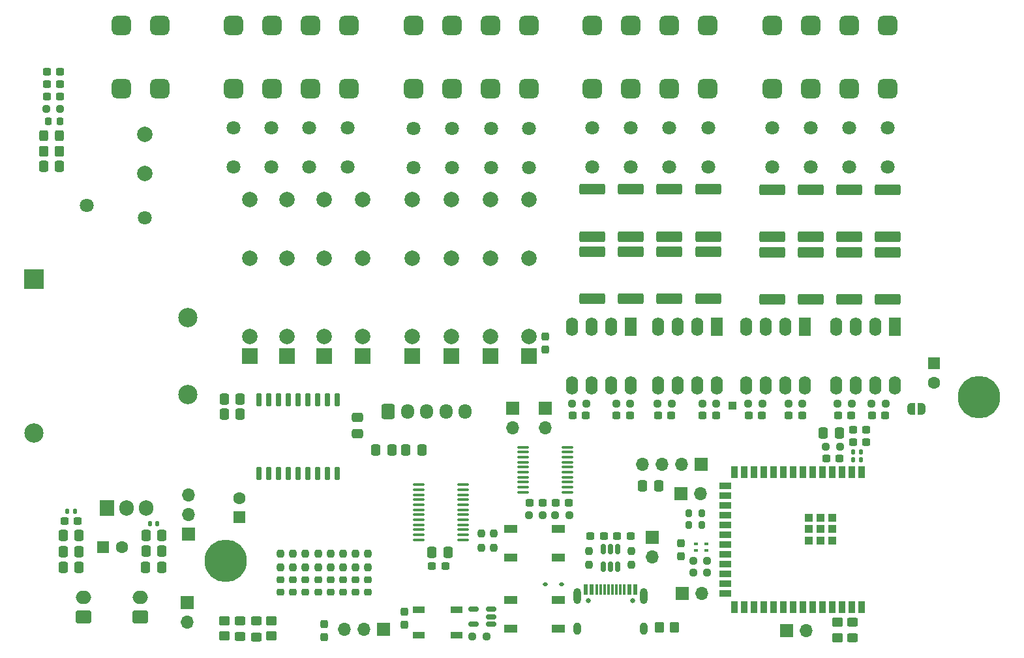
<source format=gbr>
%TF.GenerationSoftware,KiCad,Pcbnew,8.0.4*%
%TF.CreationDate,2024-09-08T16:09:12+02:00*%
%TF.ProjectId,hamodule,68616d6f-6475-46c6-952e-6b696361645f,20240908.24.8*%
%TF.SameCoordinates,Original*%
%TF.FileFunction,Soldermask,Top*%
%TF.FilePolarity,Negative*%
%FSLAX46Y46*%
G04 Gerber Fmt 4.6, Leading zero omitted, Abs format (unit mm)*
G04 Created by KiCad (PCBNEW 8.0.4) date 2024-09-08 16:09:12*
%MOMM*%
%LPD*%
G01*
G04 APERTURE LIST*
G04 Aperture macros list*
%AMRoundRect*
0 Rectangle with rounded corners*
0 $1 Rounding radius*
0 $2 $3 $4 $5 $6 $7 $8 $9 X,Y pos of 4 corners*
0 Add a 4 corners polygon primitive as box body*
4,1,4,$2,$3,$4,$5,$6,$7,$8,$9,$2,$3,0*
0 Add four circle primitives for the rounded corners*
1,1,$1+$1,$2,$3*
1,1,$1+$1,$4,$5*
1,1,$1+$1,$6,$7*
1,1,$1+$1,$8,$9*
0 Add four rect primitives between the rounded corners*
20,1,$1+$1,$2,$3,$4,$5,0*
20,1,$1+$1,$4,$5,$6,$7,0*
20,1,$1+$1,$6,$7,$8,$9,0*
20,1,$1+$1,$8,$9,$2,$3,0*%
%AMFreePoly0*
4,1,19,0.500000,-0.750000,0.000000,-0.750000,0.000000,-0.744911,-0.071157,-0.744911,-0.207708,-0.704816,-0.327430,-0.627875,-0.420627,-0.520320,-0.479746,-0.390866,-0.500000,-0.250000,-0.500000,0.250000,-0.479746,0.390866,-0.420627,0.520320,-0.327430,0.627875,-0.207708,0.704816,-0.071157,0.744911,0.000000,0.744911,0.000000,0.750000,0.500000,0.750000,0.500000,-0.750000,0.500000,-0.750000,
$1*%
%AMFreePoly1*
4,1,19,0.000000,0.744911,0.071157,0.744911,0.207708,0.704816,0.327430,0.627875,0.420627,0.520320,0.479746,0.390866,0.500000,0.250000,0.500000,-0.250000,0.479746,-0.390866,0.420627,-0.520320,0.327430,-0.627875,0.207708,-0.704816,0.071157,-0.744911,0.000000,-0.744911,0.000000,-0.750000,-0.500000,-0.750000,-0.500000,0.750000,0.000000,0.750000,0.000000,0.744911,0.000000,0.744911,
$1*%
G04 Aperture macros list end*
%ADD10RoundRect,0.237500X-0.237500X0.250000X-0.237500X-0.250000X0.237500X-0.250000X0.237500X0.250000X0*%
%ADD11RoundRect,0.100000X0.637500X0.100000X-0.637500X0.100000X-0.637500X-0.100000X0.637500X-0.100000X0*%
%ADD12R,1.700000X1.700000*%
%ADD13O,1.700000X1.700000*%
%ADD14RoundRect,0.249999X-1.425001X0.450001X-1.425001X-0.450001X1.425001X-0.450001X1.425001X0.450001X0*%
%ADD15C,1.800000*%
%ADD16RoundRect,0.250000X0.450000X-0.325000X0.450000X0.325000X-0.450000X0.325000X-0.450000X-0.325000X0*%
%ADD17RoundRect,0.250000X0.450000X-0.350000X0.450000X0.350000X-0.450000X0.350000X-0.450000X-0.350000X0*%
%ADD18RoundRect,0.250000X0.750000X-0.600000X0.750000X0.600000X-0.750000X0.600000X-0.750000X-0.600000X0*%
%ADD19O,2.000000X1.700000*%
%ADD20RoundRect,0.250000X0.337500X0.475000X-0.337500X0.475000X-0.337500X-0.475000X0.337500X-0.475000X0*%
%ADD21R,2.500000X2.500000*%
%ADD22C,2.500000*%
%ADD23R,1.905000X2.000000*%
%ADD24O,1.905000X2.000000*%
%ADD25RoundRect,0.625000X0.625000X0.625000X-0.625000X0.625000X-0.625000X-0.625000X0.625000X-0.625000X0*%
%ADD26C,2.000000*%
%ADD27R,1.600000X2.400000*%
%ADD28O,1.600000X2.400000*%
%ADD29RoundRect,0.237500X-0.250000X-0.237500X0.250000X-0.237500X0.250000X0.237500X-0.250000X0.237500X0*%
%ADD30RoundRect,0.237500X0.300000X0.237500X-0.300000X0.237500X-0.300000X-0.237500X0.300000X-0.237500X0*%
%ADD31R,1.800000X1.100000*%
%ADD32RoundRect,0.237500X-0.300000X-0.237500X0.300000X-0.237500X0.300000X0.237500X-0.300000X0.237500X0*%
%ADD33RoundRect,0.237500X-0.237500X0.300000X-0.237500X-0.300000X0.237500X-0.300000X0.237500X0.300000X0*%
%ADD34RoundRect,0.150000X0.150000X-0.725000X0.150000X0.725000X-0.150000X0.725000X-0.150000X-0.725000X0*%
%ADD35R,1.600000X1.600000*%
%ADD36C,1.600000*%
%ADD37RoundRect,0.237500X0.237500X-0.250000X0.237500X0.250000X-0.237500X0.250000X-0.237500X-0.250000X0*%
%ADD38RoundRect,0.218750X0.256250X-0.218750X0.256250X0.218750X-0.256250X0.218750X-0.256250X-0.218750X0*%
%ADD39R,2.000000X2.000000*%
%ADD40RoundRect,0.150000X0.512500X0.150000X-0.512500X0.150000X-0.512500X-0.150000X0.512500X-0.150000X0*%
%ADD41RoundRect,0.200000X0.200000X0.275000X-0.200000X0.275000X-0.200000X-0.275000X0.200000X-0.275000X0*%
%ADD42R,0.900000X1.500000*%
%ADD43R,1.500000X0.900000*%
%ADD44R,1.000000X1.000000*%
%ADD45RoundRect,0.237500X0.237500X-0.300000X0.237500X0.300000X-0.237500X0.300000X-0.237500X-0.300000X0*%
%ADD46RoundRect,0.250000X-0.450000X0.325000X-0.450000X-0.325000X0.450000X-0.325000X0.450000X0.325000X0*%
%ADD47RoundRect,0.250000X-0.337500X-0.475000X0.337500X-0.475000X0.337500X0.475000X-0.337500X0.475000X0*%
%ADD48RoundRect,0.112500X-0.187500X-0.112500X0.187500X-0.112500X0.187500X0.112500X-0.187500X0.112500X0*%
%ADD49RoundRect,0.250000X0.350000X0.450000X-0.350000X0.450000X-0.350000X-0.450000X0.350000X-0.450000X0*%
%ADD50RoundRect,0.140000X-0.140000X-0.170000X0.140000X-0.170000X0.140000X0.170000X-0.140000X0.170000X0*%
%ADD51C,0.650000*%
%ADD52R,0.600000X1.450000*%
%ADD53R,0.300000X1.450000*%
%ADD54O,1.000000X2.100000*%
%ADD55O,1.000000X1.600000*%
%ADD56RoundRect,0.250000X-0.600000X-0.725000X0.600000X-0.725000X0.600000X0.725000X-0.600000X0.725000X0*%
%ADD57O,1.700000X1.950000*%
%ADD58RoundRect,0.250000X0.325000X0.450000X-0.325000X0.450000X-0.325000X-0.450000X0.325000X-0.450000X0*%
%ADD59RoundRect,0.250000X-0.475000X0.337500X-0.475000X-0.337500X0.475000X-0.337500X0.475000X0.337500X0*%
%ADD60C,5.500000*%
%ADD61RoundRect,0.140000X0.140000X0.170000X-0.140000X0.170000X-0.140000X-0.170000X0.140000X-0.170000X0*%
%ADD62RoundRect,0.250000X-0.350000X-0.450000X0.350000X-0.450000X0.350000X0.450000X-0.350000X0.450000X0*%
%ADD63R,0.500000X0.300000*%
%ADD64RoundRect,0.150000X0.150000X-0.512500X0.150000X0.512500X-0.150000X0.512500X-0.150000X-0.512500X0*%
%ADD65RoundRect,0.237500X0.250000X0.237500X-0.250000X0.237500X-0.250000X-0.237500X0.250000X-0.237500X0*%
%ADD66FreePoly0,0.000000*%
%ADD67FreePoly1,0.000000*%
%ADD68RoundRect,0.218750X0.218750X0.256250X-0.218750X0.256250X-0.218750X-0.256250X0.218750X-0.256250X0*%
G04 APERTURE END LIST*
D10*
%TO.C,R38*%
X61874000Y14368400D03*
X61874000Y12543400D03*
%TD*%
%TO.C,R37*%
X63424000Y12555900D03*
X63424000Y14380900D03*
%TD*%
D11*
%TO.C,U12*%
X53724000Y13568400D03*
X53724000Y14218400D03*
X53724000Y14868400D03*
X53724000Y15518400D03*
X53724000Y16168400D03*
X53724000Y16818400D03*
X53724000Y17468400D03*
X53724000Y18118400D03*
X53724000Y18768400D03*
X53724000Y19418400D03*
X53724000Y20068400D03*
X53724000Y20718400D03*
X59449000Y20718400D03*
X59449000Y20068400D03*
X59449000Y19418400D03*
X59449000Y18768400D03*
X59449000Y18118400D03*
X59449000Y17468400D03*
X59449000Y16818400D03*
X59449000Y16168400D03*
X59449000Y15518400D03*
X59449000Y14868400D03*
X59449000Y14218400D03*
X59449000Y13568400D03*
%TD*%
D12*
%TO.C,J5*%
X23674000Y5448400D03*
D13*
X23674000Y2908400D03*
%TD*%
D14*
%TO.C,R12*%
X76275000Y59056900D03*
X76275000Y52956900D03*
%TD*%
%TO.C,R11*%
X81228000Y59056900D03*
X81228000Y52956900D03*
%TD*%
D15*
%TO.C,RV1*%
X10626400Y57005330D03*
X18126400Y55372000D03*
%TD*%
D14*
%TO.C,R19*%
X81228000Y51005100D03*
X81228000Y44905100D03*
%TD*%
%TO.C,R20*%
X76275000Y51005100D03*
X76275000Y44905100D03*
%TD*%
D16*
%TO.C,D2*%
X30524000Y993400D03*
X30524000Y3043400D03*
%TD*%
D17*
%TO.C,R7*%
X28524000Y1068400D03*
X28524000Y3068400D03*
%TD*%
D18*
%TO.C,J1*%
X17574000Y3568700D03*
D19*
X17574000Y6068700D03*
%TD*%
D20*
%TO.C,C14*%
X9644200Y14098600D03*
X7569200Y14098600D03*
%TD*%
%TO.C,C8*%
X20361500Y12068400D03*
X18286500Y12068400D03*
%TD*%
D21*
%TO.C,PS1*%
X3780000Y47421800D03*
D22*
X3780000Y27421800D03*
X23780000Y32421800D03*
X23780000Y42421800D03*
%TD*%
D23*
%TO.C,U1*%
X13242700Y17729200D03*
D24*
X15782700Y17729200D03*
X18322700Y17729200D03*
%TD*%
D25*
%TO.C,J15*%
X44691800Y72136000D03*
X44691800Y80335999D03*
X39691800Y72136000D03*
X39691800Y80335999D03*
X34691800Y72136000D03*
X34691800Y80335999D03*
X29691800Y72136000D03*
X29691800Y80335999D03*
%TD*%
%TO.C,J2*%
X20144000Y72112401D03*
X20144000Y80312400D03*
X15144000Y72112401D03*
X15144000Y80312400D03*
%TD*%
%TO.C,J7*%
X91264000Y72140201D03*
X91264000Y80340200D03*
X86264000Y72140201D03*
X86264000Y80340200D03*
X81264000Y72140201D03*
X81264000Y80340200D03*
X76264000Y72140201D03*
X76264000Y80340200D03*
%TD*%
D26*
%TO.C,F1*%
X18161000Y66243200D03*
X18151000Y61163200D03*
%TD*%
D27*
%TO.C,U4*%
X115513178Y41232282D03*
D28*
X112973178Y41232282D03*
X110433178Y41232282D03*
X107893178Y41232282D03*
X107893178Y33612282D03*
X110433178Y33612282D03*
X112973178Y33612282D03*
X115513178Y33612282D03*
%TD*%
D14*
%TO.C,R21*%
X91286400Y51005100D03*
X91286400Y44905100D03*
%TD*%
%TO.C,R10*%
X86257200Y59056900D03*
X86257200Y52956900D03*
%TD*%
%TO.C,R9*%
X91286400Y59056900D03*
X91286400Y52956900D03*
%TD*%
D27*
%TO.C,U7*%
X81205300Y41228800D03*
D28*
X78665300Y41228800D03*
X76125300Y41228800D03*
X73585300Y41228800D03*
X73585300Y33608800D03*
X76125300Y33608800D03*
X78665300Y33608800D03*
X81205300Y33608800D03*
%TD*%
D27*
%TO.C,U6*%
X92381300Y41228800D03*
D28*
X89841300Y41228800D03*
X87301300Y41228800D03*
X84761300Y41228800D03*
X84761300Y33608800D03*
X87301300Y33608800D03*
X89841300Y33608800D03*
X92381300Y33608800D03*
%TD*%
D14*
%TO.C,R22*%
X86257200Y51005100D03*
X86257200Y44905100D03*
%TD*%
D29*
%TO.C,R1*%
X106588402Y25681201D03*
X108413402Y25681201D03*
%TD*%
D30*
%TO.C,C3*%
X108350902Y24157201D03*
X106625902Y24157201D03*
%TD*%
D19*
%TO.C,J4*%
X10174000Y6068700D03*
D18*
X10174000Y3568700D03*
%TD*%
D31*
%TO.C,SW2*%
X65671000Y14968400D03*
X71871000Y14968400D03*
X65671000Y11268400D03*
X71871000Y11268400D03*
%TD*%
%TO.C,SW3*%
X65669800Y5765800D03*
X71869800Y5765800D03*
X65669800Y2065800D03*
X71869800Y2065800D03*
%TD*%
D12*
%TO.C,J10*%
X101429402Y1808701D03*
D13*
X103969402Y1808701D03*
%TD*%
D32*
%TO.C,C6*%
X110099000Y26268400D03*
X111824000Y26268400D03*
%TD*%
D33*
%TO.C,C30*%
X87779402Y13161201D03*
X87779402Y11436201D03*
%TD*%
D12*
%TO.C,J19*%
X70124000Y30608400D03*
D13*
X70124000Y28068400D03*
%TD*%
D30*
%TO.C,C11*%
X77724000Y14078701D03*
X75999000Y14078701D03*
%TD*%
D16*
%TO.C,D3*%
X32624000Y968400D03*
X32624000Y3018400D03*
%TD*%
D34*
%TO.C,U11*%
X32964000Y22168400D03*
X34234000Y22168400D03*
X35504000Y22168400D03*
X36774000Y22168400D03*
X38044000Y22168400D03*
X39314000Y22168400D03*
X40584000Y22168400D03*
X41854000Y22168400D03*
X43124000Y22168400D03*
X43124000Y31718400D03*
X41854000Y31718400D03*
X40584000Y31718400D03*
X39314000Y31718400D03*
X38044000Y31718400D03*
X36774000Y31718400D03*
X35504000Y31718400D03*
X34234000Y31718400D03*
X32964000Y31718400D03*
%TD*%
D35*
%TO.C,C19*%
X120624000Y36468400D03*
D36*
X120624000Y33968400D03*
%TD*%
D12*
%TO.C,J14*%
X90364000Y23368400D03*
D13*
X87824000Y23368400D03*
X85284000Y23368400D03*
X82744000Y23368400D03*
%TD*%
D37*
%TO.C,R46*%
X37396000Y9965496D03*
X37396000Y11790496D03*
%TD*%
D25*
%TO.C,J6*%
X114621702Y72140201D03*
X114621702Y80340200D03*
X109621702Y72140201D03*
X109621702Y80340200D03*
X104621702Y72140201D03*
X104621702Y80340200D03*
X99621702Y72140201D03*
X99621702Y80340200D03*
%TD*%
%TO.C,J16*%
X68059800Y72136000D03*
X68059800Y80335999D03*
X63059800Y72136000D03*
X63059800Y80335999D03*
X58059800Y72136000D03*
X58059800Y80335999D03*
X53059800Y72136000D03*
X53059800Y80335999D03*
%TD*%
D37*
%TO.C,R45*%
X35770400Y9967396D03*
X35770400Y11792396D03*
%TD*%
D14*
%TO.C,R25*%
X104583200Y50900600D03*
X104583200Y44800600D03*
%TD*%
D32*
%TO.C,C25*%
X96524002Y29707101D03*
X98249002Y29707101D03*
%TD*%
D30*
%TO.C,C40*%
X7174000Y72718400D03*
X5449000Y72718400D03*
%TD*%
D14*
%TO.C,R15*%
X104583200Y59032600D03*
X104583200Y52932600D03*
%TD*%
D38*
%TO.C,D5*%
X35770400Y6790296D03*
X35770400Y8365296D03*
%TD*%
D32*
%TO.C,C23*%
X108156102Y29707101D03*
X109881102Y29707101D03*
%TD*%
D15*
%TO.C,F15*%
X58026800Y61849000D03*
X58026800Y66929000D03*
%TD*%
D17*
%TO.C,R8*%
X34624000Y1068400D03*
X34624000Y3068400D03*
%TD*%
D29*
%TO.C,R32*%
X84738626Y31255920D03*
X86563626Y31255920D03*
%TD*%
D39*
%TO.C,K5*%
X52911000Y37424500D03*
D26*
X52911000Y39964500D03*
X52911000Y50124500D03*
X52911000Y57744500D03*
%TD*%
D12*
%TO.C,J12*%
X87724000Y19568400D03*
D13*
X90264000Y19568400D03*
%TD*%
D15*
%TO.C,F4*%
X81228000Y61952500D03*
X81228000Y67032500D03*
%TD*%
D37*
%TO.C,R50*%
X43898400Y9967396D03*
X43898400Y11792396D03*
%TD*%
%TO.C,R49*%
X42272800Y9965496D03*
X42272800Y11790496D03*
%TD*%
D14*
%TO.C,R26*%
X99644200Y50852800D03*
X99644200Y44752800D03*
%TD*%
D29*
%TO.C,R34*%
X73611526Y31255920D03*
X75436526Y31255920D03*
%TD*%
D40*
%TO.C,U10*%
X63124000Y2641600D03*
X63124000Y3591600D03*
X63124000Y4541600D03*
X60849000Y4541600D03*
X60849000Y2641600D03*
%TD*%
D41*
%TO.C,R5*%
X90454402Y16988701D03*
X88804402Y16988701D03*
%TD*%
D35*
%TO.C,C18*%
X30424000Y16486020D03*
D36*
X30424000Y18986020D03*
%TD*%
D29*
%TO.C,R27*%
X112511500Y31231101D03*
X114336500Y31231101D03*
%TD*%
D14*
%TO.C,R16*%
X99644200Y58982800D03*
X99644200Y52882800D03*
%TD*%
D41*
%TO.C,R6*%
X90454402Y15513701D03*
X88804402Y15513701D03*
%TD*%
D42*
%TO.C,U3*%
X111239402Y22348701D03*
X109969402Y22348701D03*
X108699402Y22348701D03*
X107429402Y22348701D03*
X106159402Y22348701D03*
X104889402Y22348701D03*
X103619402Y22348701D03*
X102349402Y22348701D03*
X101079402Y22348701D03*
X99809402Y22348701D03*
X98539402Y22348701D03*
X97269402Y22348701D03*
X95999402Y22348701D03*
X94729402Y22348701D03*
D43*
X93479402Y20583701D03*
X93479402Y19313701D03*
X93479402Y18043701D03*
X93479402Y16773701D03*
X93479402Y15503701D03*
X93479402Y14233701D03*
X93479402Y12963701D03*
X93479402Y11693701D03*
X93479402Y10423701D03*
X93479402Y9153701D03*
X93479402Y7883701D03*
X93479402Y6613701D03*
D42*
X94729402Y4848701D03*
X95999402Y4848701D03*
X97269402Y4848701D03*
X98539402Y4848701D03*
X99809402Y4848701D03*
X101079402Y4848701D03*
X102349402Y4848701D03*
X103619402Y4848701D03*
X104889402Y4848701D03*
X106159402Y4848701D03*
X107429402Y4848701D03*
X108699402Y4848701D03*
X109969402Y4848701D03*
X111239402Y4848701D03*
D44*
X107389402Y16458701D03*
X105889402Y16458701D03*
X104389402Y16458701D03*
X107389402Y14958701D03*
X105889402Y14958701D03*
X104389402Y14958701D03*
X107389402Y13458701D03*
X105889402Y13458701D03*
X104389402Y13458701D03*
%TD*%
D14*
%TO.C,R13*%
X114616200Y59032600D03*
X114616200Y52932600D03*
%TD*%
D38*
%TO.C,D10*%
X43898400Y6790396D03*
X43898400Y8365396D03*
%TD*%
D39*
%TO.C,K6*%
X57991000Y37424500D03*
D26*
X57991000Y39964500D03*
X57991000Y50124500D03*
X57991000Y57744500D03*
%TD*%
D29*
%TO.C,R44*%
X60659400Y1051600D03*
X62484400Y1051600D03*
%TD*%
D15*
%TO.C,F2*%
X91286400Y61952500D03*
X91286400Y67032500D03*
%TD*%
D12*
%TO.C,J17*%
X65924000Y30608400D03*
D13*
X65924000Y28068400D03*
%TD*%
D12*
%TO.C,J13*%
X84039402Y13923701D03*
D13*
X84039402Y11383701D03*
%TD*%
D15*
%TO.C,F7*%
X109626400Y61950600D03*
X109626400Y67030600D03*
%TD*%
D45*
%TO.C,C31*%
X51839200Y2540700D03*
X51839200Y4265700D03*
%TD*%
D12*
%TO.C,J11*%
X87929800Y6578600D03*
D13*
X90469800Y6578600D03*
%TD*%
D29*
%TO.C,R29*%
X101706402Y31231101D03*
X103531402Y31231101D03*
%TD*%
D44*
%TO.C,TP1*%
X94424000Y30968400D03*
%TD*%
D46*
%TO.C,D13*%
X110058200Y2879200D03*
X110058200Y829200D03*
%TD*%
D47*
%TO.C,C35*%
X48149000Y25268400D03*
X50224000Y25268400D03*
%TD*%
D32*
%TO.C,C34*%
X55449000Y10168400D03*
X57174000Y10168400D03*
%TD*%
D48*
%TO.C,D1*%
X70174000Y7768400D03*
X72274000Y7768400D03*
%TD*%
D15*
%TO.C,F8*%
X104621800Y61950600D03*
X104621800Y67030600D03*
%TD*%
%TO.C,F13*%
X44532300Y61935500D03*
X44532300Y67015500D03*
%TD*%
D27*
%TO.C,U5*%
X103829178Y41232282D03*
D28*
X101289178Y41232282D03*
X98749178Y41232282D03*
X96209178Y41232282D03*
X96209178Y33612282D03*
X98749178Y33612282D03*
X101289178Y33612282D03*
X103829178Y33612282D03*
%TD*%
D14*
%TO.C,R14*%
X109637800Y59032600D03*
X109637800Y52932600D03*
%TD*%
D30*
%TO.C,C22*%
X114286500Y29707101D03*
X112561500Y29707101D03*
%TD*%
D20*
%TO.C,C15*%
X9644200Y12041200D03*
X7569200Y12041200D03*
%TD*%
D12*
%TO.C,J8*%
X49116800Y1966700D03*
D13*
X46576800Y1966700D03*
X44036800Y1966700D03*
%TD*%
D32*
%TO.C,C42*%
X5449000Y71118400D03*
X7174000Y71118400D03*
%TD*%
D49*
%TO.C,R55*%
X7074000Y64018400D03*
X5074000Y64018400D03*
%TD*%
D50*
%TO.C,C44*%
X110144000Y24968400D03*
X111104000Y24968400D03*
%TD*%
D15*
%TO.C,F14*%
X53073800Y61849000D03*
X53073800Y66929000D03*
%TD*%
D51*
%TO.C,J3*%
X75715402Y5692801D03*
X81495402Y5692801D03*
D52*
X75355402Y7137801D03*
X76155402Y7137801D03*
D53*
X77355402Y7137801D03*
X78355402Y7137801D03*
X78855402Y7137801D03*
X79855402Y7137801D03*
D52*
X81055402Y7137801D03*
X81855402Y7137801D03*
X81855402Y7137801D03*
X81055402Y7137801D03*
D53*
X80355402Y7137801D03*
X79355402Y7137801D03*
X77855402Y7137801D03*
X76855402Y7137801D03*
D52*
X76155402Y7137801D03*
X75355402Y7137801D03*
D54*
X74285402Y6222801D03*
D55*
X74285402Y2042801D03*
D54*
X82925402Y6222801D03*
D55*
X82925402Y2042801D03*
%TD*%
D29*
%TO.C,R31*%
X90529826Y31255920D03*
X92354826Y31255920D03*
%TD*%
D32*
%TO.C,C47*%
X71486500Y18368400D03*
X73211500Y18368400D03*
%TD*%
D56*
%TO.C,J9*%
X49762400Y30243000D03*
D57*
X52262400Y30243000D03*
X54762400Y30243000D03*
X57262400Y30243000D03*
X59762400Y30243000D03*
%TD*%
D29*
%TO.C,R36*%
X67986500Y16768400D03*
X69811500Y16768400D03*
%TD*%
D37*
%TO.C,R47*%
X39021600Y9965496D03*
X39021600Y11790496D03*
%TD*%
D12*
%TO.C,SW1*%
X23834000Y14298400D03*
D13*
X23834000Y16838400D03*
X23834000Y19378400D03*
%TD*%
D32*
%TO.C,C27*%
X84785626Y29731920D03*
X86510626Y29731920D03*
%TD*%
D38*
%TO.C,D12*%
X47149600Y6790396D03*
X47149600Y8365396D03*
%TD*%
D11*
%TO.C,U9*%
X72986500Y19743400D03*
X72986500Y20393400D03*
X72986500Y21043400D03*
X72986500Y21693400D03*
X72986500Y22343400D03*
X72986500Y22993400D03*
X72986500Y23643400D03*
X72986500Y24293400D03*
X72986500Y24943400D03*
X72986500Y25593400D03*
X67261500Y25593400D03*
X67261500Y24943400D03*
X67261500Y24293400D03*
X67261500Y23643400D03*
X67261500Y22993400D03*
X67261500Y22343400D03*
X67261500Y21693400D03*
X67261500Y21043400D03*
X67261500Y20393400D03*
X67261500Y19743400D03*
%TD*%
D32*
%TO.C,C28*%
X79402600Y29731920D03*
X81127600Y29731920D03*
%TD*%
D20*
%TO.C,C10*%
X20353700Y10004400D03*
X18278700Y10004400D03*
%TD*%
D15*
%TO.C,F6*%
X114604800Y61950600D03*
X114604800Y67030600D03*
%TD*%
%TO.C,F3*%
X86257200Y61952500D03*
X86257200Y67032500D03*
%TD*%
D29*
%TO.C,R30*%
X96474002Y31231101D03*
X98299002Y31231101D03*
%TD*%
D58*
%TO.C,D14*%
X7074000Y66018400D03*
X5024000Y66018400D03*
%TD*%
D38*
%TO.C,D6*%
X37396000Y6790396D03*
X37396000Y8365396D03*
%TD*%
D33*
%TO.C,C33*%
X41427400Y2615100D03*
X41427400Y890100D03*
%TD*%
D15*
%TO.C,F16*%
X63106800Y61849000D03*
X63106800Y66929000D03*
%TD*%
D47*
%TO.C,C38*%
X82799000Y20568400D03*
X84874000Y20568400D03*
%TD*%
D37*
%TO.C,R52*%
X47149600Y9967396D03*
X47149600Y11792396D03*
%TD*%
D32*
%TO.C,C24*%
X101756402Y29707101D03*
X103481402Y29707101D03*
%TD*%
D47*
%TO.C,C36*%
X52049000Y25268400D03*
X54124000Y25268400D03*
%TD*%
D30*
%TO.C,C26*%
X92301826Y29731920D03*
X90576826Y29731920D03*
%TD*%
D59*
%TO.C,C37*%
X45724000Y29443400D03*
X45724000Y27368400D03*
%TD*%
D43*
%TO.C,D4*%
X53724000Y4518400D03*
X53724000Y1218400D03*
X58624000Y1218400D03*
X58624000Y4518400D03*
%TD*%
D60*
%TO.C,H5*%
X28664000Y10858400D03*
%TD*%
D29*
%TO.C,R35*%
X71424000Y16768400D03*
X73249000Y16768400D03*
%TD*%
D37*
%TO.C,R4*%
X81309402Y10296201D03*
X81309402Y12121201D03*
%TD*%
D61*
%TO.C,C49*%
X9084000Y17268400D03*
X8124000Y17268400D03*
%TD*%
D37*
%TO.C,R51*%
X45524000Y9967396D03*
X45524000Y11792396D03*
%TD*%
D30*
%TO.C,C46*%
X69811500Y18368400D03*
X68086500Y18368400D03*
%TD*%
%TO.C,C17*%
X9449000Y15968400D03*
X7724000Y15968400D03*
%TD*%
D39*
%TO.C,K1*%
X31818300Y37424500D03*
D26*
X31818300Y39964500D03*
X31818300Y50124500D03*
X31818300Y57744500D03*
%TD*%
D39*
%TO.C,K2*%
X36644300Y37424500D03*
D26*
X36644300Y39964500D03*
X36644300Y50124500D03*
X36644300Y57744500D03*
%TD*%
D15*
%TO.C,F11*%
X34612300Y61935500D03*
X34612300Y67015500D03*
%TD*%
D39*
%TO.C,K4*%
X46423300Y37424500D03*
D26*
X46423300Y39964500D03*
X46423300Y50124500D03*
X46423300Y57744500D03*
%TD*%
D39*
%TO.C,K7*%
X63071000Y37424500D03*
D26*
X63071000Y39964500D03*
X63071000Y50124500D03*
X63071000Y57744500D03*
%TD*%
D39*
%TO.C,K8*%
X68024000Y37424500D03*
D26*
X68024000Y39964500D03*
X68024000Y50124500D03*
X68024000Y57744500D03*
%TD*%
D20*
%TO.C,C21*%
X30524000Y29868400D03*
X28449000Y29868400D03*
%TD*%
D62*
%TO.C,R2*%
X84944200Y2184400D03*
X86944200Y2184400D03*
%TD*%
D63*
%TO.C,U8*%
X91089402Y12205101D03*
X91089402Y13005101D03*
X89689402Y13005101D03*
X89689402Y12205101D03*
%TD*%
D38*
%TO.C,D8*%
X40647200Y6790396D03*
X40647200Y8365396D03*
%TD*%
D64*
%TO.C,U2*%
X77659402Y10101201D03*
X78609402Y10101201D03*
X79559402Y10101201D03*
X79559402Y12376201D03*
X78609402Y12376201D03*
X77659402Y12376201D03*
%TD*%
D39*
%TO.C,K3*%
X41470300Y37424500D03*
D26*
X41470300Y39964500D03*
X41470300Y50124500D03*
X41470300Y57744500D03*
%TD*%
D32*
%TO.C,C13*%
X79499000Y14078701D03*
X81224000Y14078701D03*
%TD*%
D60*
%TO.C,H4*%
X126424000Y32080200D03*
%TD*%
D47*
%TO.C,C41*%
X4999000Y62018400D03*
X7074000Y62018400D03*
%TD*%
D29*
%TO.C,R17*%
X89358502Y10795000D03*
X91183502Y10795000D03*
%TD*%
D20*
%TO.C,C16*%
X9644200Y10009200D03*
X7569200Y10009200D03*
%TD*%
D38*
%TO.C,D7*%
X39021600Y6790396D03*
X39021600Y8365396D03*
%TD*%
D14*
%TO.C,R24*%
X109637800Y50904600D03*
X109637800Y44804600D03*
%TD*%
D35*
%TO.C,C12*%
X12734700Y12649200D03*
D36*
X15234700Y12649200D03*
%TD*%
D15*
%TO.C,F9*%
X99621800Y61980000D03*
X99621800Y67060000D03*
%TD*%
%TO.C,F5*%
X76249600Y61952500D03*
X76249600Y67032500D03*
%TD*%
D65*
%TO.C,R54*%
X7174000Y69518400D03*
X5349000Y69518400D03*
%TD*%
D38*
%TO.C,D9*%
X42272800Y6790396D03*
X42272800Y8365396D03*
%TD*%
D66*
%TO.C,JP1*%
X117674000Y30568400D03*
D67*
X118974000Y30568400D03*
%TD*%
D14*
%TO.C,R23*%
X114616200Y50904600D03*
X114616200Y44804600D03*
%TD*%
D32*
%TO.C,C4*%
X110099000Y27868400D03*
X111824000Y27868400D03*
%TD*%
D20*
%TO.C,C5*%
X20361500Y14168400D03*
X18286500Y14168400D03*
%TD*%
D15*
%TO.C,F17*%
X68059800Y61849000D03*
X68059800Y66929000D03*
%TD*%
D20*
%TO.C,C20*%
X30524000Y31868400D03*
X28449000Y31868400D03*
%TD*%
D37*
%TO.C,R48*%
X40647200Y9965496D03*
X40647200Y11790496D03*
%TD*%
D50*
%TO.C,C43*%
X110144000Y23968400D03*
X111104000Y23968400D03*
%TD*%
D29*
%TO.C,R33*%
X79351926Y31267400D03*
X81176926Y31267400D03*
%TD*%
D30*
%TO.C,C39*%
X7174000Y74318400D03*
X5449000Y74318400D03*
%TD*%
D29*
%TO.C,R18*%
X89358502Y9271000D03*
X91183502Y9271000D03*
%TD*%
D15*
%TO.C,F10*%
X29659300Y61935500D03*
X29659300Y67015500D03*
%TD*%
D17*
%TO.C,R53*%
X108102400Y854200D03*
X108102400Y2854200D03*
%TD*%
D37*
%TO.C,R3*%
X75839402Y10316201D03*
X75839402Y12141201D03*
%TD*%
D33*
%TO.C,C9*%
X70154000Y39953400D03*
X70154000Y38228400D03*
%TD*%
D32*
%TO.C,C29*%
X73660426Y29731920D03*
X75385426Y29731920D03*
%TD*%
D15*
%TO.C,F12*%
X39532300Y61935500D03*
X39532300Y67015500D03*
%TD*%
D20*
%TO.C,C7*%
X108324000Y27468400D03*
X106249000Y27468400D03*
%TD*%
D61*
%TO.C,C48*%
X19784000Y15668400D03*
X18824000Y15668400D03*
%TD*%
D47*
%TO.C,C32*%
X57524000Y11918400D03*
X55449000Y11918400D03*
%TD*%
D38*
%TO.C,D11*%
X45524000Y6790396D03*
X45524000Y8365396D03*
%TD*%
D29*
%TO.C,R28*%
X108105302Y31231101D03*
X109930302Y31231101D03*
%TD*%
D68*
%TO.C,D15*%
X7174000Y67918400D03*
X5599000Y67918400D03*
%TD*%
M02*

</source>
